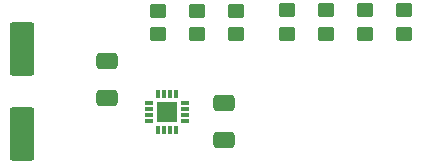
<source format=gbr>
%TF.GenerationSoftware,KiCad,Pcbnew,7.0.9*%
%TF.CreationDate,2024-01-20T18:52:18+00:00*%
%TF.ProjectId,DRV8234 DC Motor Driver Expander,44525638-3233-4342-9044-43204d6f746f,rev?*%
%TF.SameCoordinates,Original*%
%TF.FileFunction,Paste,Top*%
%TF.FilePolarity,Positive*%
%FSLAX46Y46*%
G04 Gerber Fmt 4.6, Leading zero omitted, Abs format (unit mm)*
G04 Created by KiCad (PCBNEW 7.0.9) date 2024-01-20 18:52:18*
%MOMM*%
%LPD*%
G01*
G04 APERTURE LIST*
G04 Aperture macros list*
%AMRoundRect*
0 Rectangle with rounded corners*
0 $1 Rounding radius*
0 $2 $3 $4 $5 $6 $7 $8 $9 X,Y pos of 4 corners*
0 Add a 4 corners polygon primitive as box body*
4,1,4,$2,$3,$4,$5,$6,$7,$8,$9,$2,$3,0*
0 Add four circle primitives for the rounded corners*
1,1,$1+$1,$2,$3*
1,1,$1+$1,$4,$5*
1,1,$1+$1,$6,$7*
1,1,$1+$1,$8,$9*
0 Add four rect primitives between the rounded corners*
20,1,$1+$1,$2,$3,$4,$5,0*
20,1,$1+$1,$4,$5,$6,$7,0*
20,1,$1+$1,$6,$7,$8,$9,0*
20,1,$1+$1,$8,$9,$2,$3,0*%
G04 Aperture macros list end*
%ADD10RoundRect,0.250000X-0.450000X0.350000X-0.450000X-0.350000X0.450000X-0.350000X0.450000X0.350000X0*%
%ADD11RoundRect,0.250001X0.799999X-1.999999X0.799999X1.999999X-0.799999X1.999999X-0.799999X-1.999999X0*%
%ADD12R,0.300000X0.800000*%
%ADD13R,0.800000X0.300000*%
%ADD14R,1.750000X1.750000*%
%ADD15RoundRect,0.250000X-0.650000X0.412500X-0.650000X-0.412500X0.650000X-0.412500X0.650000X0.412500X0*%
%ADD16RoundRect,0.250000X0.650000X-0.412500X0.650000X0.412500X-0.650000X0.412500X-0.650000X-0.412500X0*%
G04 APERTURE END LIST*
D10*
%TO.C,R1*%
X129286000Y-89932000D03*
X129286000Y-91932000D03*
%TD*%
%TO.C,R6*%
X150114000Y-89916000D03*
X150114000Y-91916000D03*
%TD*%
D11*
%TO.C,C2*%
X117805200Y-100418000D03*
X117805200Y-93218000D03*
%TD*%
D10*
%TO.C,R2*%
X135890000Y-89932000D03*
X135890000Y-91932000D03*
%TD*%
D12*
%TO.C,IC1*%
X130802000Y-97028000D03*
X130302000Y-97028000D03*
X129802000Y-97028000D03*
X129302000Y-97028000D03*
D13*
X128552000Y-97778000D03*
X128552000Y-98278000D03*
X128552000Y-98778000D03*
X128552000Y-99278000D03*
D12*
X129302000Y-100028000D03*
X129802000Y-100028000D03*
X130302000Y-100028000D03*
X130802000Y-100028000D03*
D13*
X131552000Y-99278000D03*
X131552000Y-98778000D03*
X131552000Y-98278000D03*
X131552000Y-97778000D03*
D14*
X130052000Y-98528000D03*
%TD*%
D10*
%TO.C,R4*%
X140208000Y-89916000D03*
X140208000Y-91916000D03*
%TD*%
%TO.C,R5*%
X143510000Y-89916000D03*
X143510000Y-91916000D03*
%TD*%
%TO.C,R7*%
X146812000Y-89916000D03*
X146812000Y-91916000D03*
%TD*%
%TO.C,R3*%
X132588000Y-89932000D03*
X132588000Y-91932000D03*
%TD*%
D15*
%TO.C,C3*%
X134890000Y-97751500D03*
X134890000Y-100876500D03*
%TD*%
D16*
%TO.C,C1*%
X124968000Y-97320500D03*
X124968000Y-94195500D03*
%TD*%
M02*

</source>
